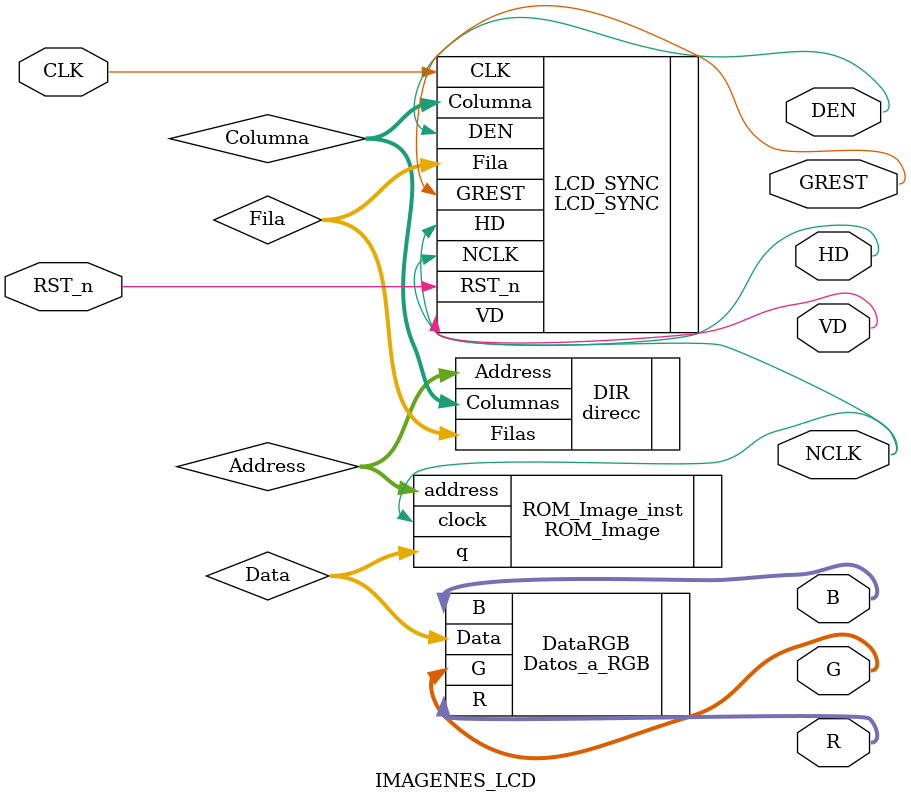
<source format=v>

/**  Crearemos en este archivo el módulo completo para la representación de la imagen por pantalla de la placa FPGA.
     Este módulo contendrá tods y cada uno de los módulos creados para ello, es decir, instanciamos "LCD_SYNC", junto a 
     "direcc", juntos a "ROM_Image" y finalmente el módulo de "Datos_a_RGB"
**/

module IMAGENES_LCD( CLK, RST_n, NCLK, GREST, HD, VD, DEN, R, G, B);
// Declaramos las entradas del módulo -->
input CLK, RST_n ;
// Declaramos las Salidas del módulo -->
output NCLK, GREST, HD, VD, DEN ;
output [7:0] R, G, B ;
// Declaramos los cable como enlaces a los demás módulos -->
wire [16:0] Address ;
wire [15:0] Data ;
wire [10:0] Columna ;
wire [9:0] Fila ;
// Instanciamos el módulo de sincronización LCD -->
LCD_SYNC LCD_SYNC(
    .CLK(CLK),
	.RST_n(RST_n),
	.NCLK(NCLK),
	.GREST(GREST),
	.HD(HD),
	.VD(VD),
	.DEN(DEN),											 
	.Fila(Fila),
	.Columna(Columna)
) ;
// Instanciamos el módulo de direccioinamiento -->
direcc DIR(
	.Columnas(Columna),
	.Filas(Fila),
	.Address(Address)
) ;
// Cada posición de la memoria tendrá un valor de color de un pixel (De ahí el direccionamiento)
// Instanciamos el módulo de la ROM donde se carga la imagen a monstrar -->
ROM_Image	ROM_Image_inst(
	.address (Address),
	.clock (NCLK),
	.q (Data)
) ;
// Instanciamos el módulo para el cambio de valor de data a valor RGB -->
Datos_a_RGB DataRGB(
	.Data(Data),
	.R(R),
	.G(G),
	.B(B)
) ;
// Fin del módulo final de la subtarea 3 -->
endmodule 
</source>
